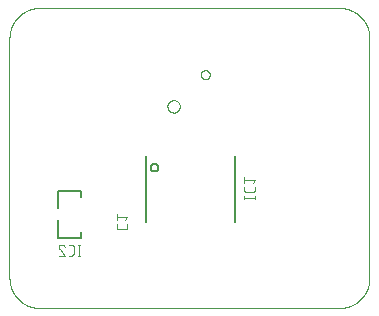
<source format=gbo>
G04 EAGLE Gerber X2 export*
G75*
%MOMM*%
%FSLAX35Y35*%
%LPD*%
%AMOC8*
5,1,8,0,0,1.08239X$1,22.5*%
G01*
%ADD10C,0.076200*%
%ADD11C,0.000000*%
%ADD12C,0.127000*%


D10*
X254000Y2540000D02*
X2794000Y2540000D01*
X3048000Y2286000D02*
X3048000Y254000D01*
X2794000Y0D02*
X254000Y0D01*
X0Y254000D02*
X0Y2286000D01*
X0Y254000D02*
X74Y247862D01*
X297Y241728D01*
X667Y235602D01*
X1186Y229485D01*
X1852Y223384D01*
X2665Y217300D01*
X3626Y211237D01*
X4732Y205200D01*
X5984Y199191D01*
X7381Y193214D01*
X8922Y187272D01*
X10606Y181370D01*
X12432Y175510D01*
X14399Y169695D01*
X16506Y163930D01*
X18752Y158218D01*
X21135Y152561D01*
X23654Y146964D01*
X26308Y141429D01*
X29094Y135960D01*
X32012Y130560D01*
X35060Y125232D01*
X38235Y119979D01*
X41537Y114805D01*
X44962Y109712D01*
X48510Y104703D01*
X52177Y99781D01*
X55963Y94949D01*
X59864Y90210D01*
X63878Y85567D01*
X68004Y81022D01*
X72238Y76578D01*
X76578Y72238D01*
X81022Y68004D01*
X85567Y63878D01*
X90210Y59864D01*
X94949Y55963D01*
X99781Y52177D01*
X104703Y48510D01*
X109712Y44962D01*
X114805Y41537D01*
X119979Y38235D01*
X125232Y35060D01*
X130560Y32012D01*
X135960Y29094D01*
X141429Y26308D01*
X146964Y23654D01*
X152561Y21135D01*
X158218Y18752D01*
X163930Y16506D01*
X169695Y14399D01*
X175510Y12432D01*
X181370Y10606D01*
X187272Y8922D01*
X193214Y7381D01*
X199191Y5984D01*
X205200Y4732D01*
X211237Y3626D01*
X217300Y2665D01*
X223384Y1852D01*
X229485Y1186D01*
X235602Y667D01*
X241728Y297D01*
X247862Y74D01*
X254000Y0D01*
X2794000Y0D02*
X2800138Y74D01*
X2806272Y297D01*
X2812398Y667D01*
X2818515Y1186D01*
X2824616Y1852D01*
X2830700Y2665D01*
X2836763Y3626D01*
X2842800Y4732D01*
X2848809Y5984D01*
X2854786Y7381D01*
X2860728Y8922D01*
X2866630Y10606D01*
X2872490Y12432D01*
X2878305Y14399D01*
X2884070Y16506D01*
X2889782Y18752D01*
X2895439Y21135D01*
X2901036Y23654D01*
X2906571Y26308D01*
X2912040Y29094D01*
X2917440Y32012D01*
X2922768Y35060D01*
X2928021Y38235D01*
X2933195Y41537D01*
X2938288Y44962D01*
X2943297Y48510D01*
X2948219Y52177D01*
X2953051Y55963D01*
X2957790Y59864D01*
X2962433Y63878D01*
X2966978Y68004D01*
X2971422Y72238D01*
X2975762Y76578D01*
X2979996Y81022D01*
X2984122Y85567D01*
X2988136Y90210D01*
X2992037Y94949D01*
X2995823Y99781D01*
X2999490Y104703D01*
X3003038Y109712D01*
X3006463Y114805D01*
X3009765Y119979D01*
X3012940Y125232D01*
X3015988Y130560D01*
X3018906Y135960D01*
X3021692Y141429D01*
X3024346Y146964D01*
X3026865Y152561D01*
X3029248Y158218D01*
X3031494Y163930D01*
X3033601Y169695D01*
X3035568Y175510D01*
X3037394Y181370D01*
X3039078Y187272D01*
X3040619Y193214D01*
X3042016Y199191D01*
X3043268Y205200D01*
X3044374Y211237D01*
X3045335Y217300D01*
X3046148Y223384D01*
X3046814Y229485D01*
X3047333Y235602D01*
X3047703Y241728D01*
X3047926Y247862D01*
X3048000Y254000D01*
X3048000Y2286000D02*
X3047926Y2292138D01*
X3047703Y2298272D01*
X3047333Y2304398D01*
X3046814Y2310515D01*
X3046148Y2316616D01*
X3045335Y2322700D01*
X3044374Y2328763D01*
X3043268Y2334800D01*
X3042016Y2340809D01*
X3040619Y2346786D01*
X3039078Y2352728D01*
X3037394Y2358630D01*
X3035568Y2364490D01*
X3033601Y2370305D01*
X3031494Y2376070D01*
X3029248Y2381782D01*
X3026865Y2387439D01*
X3024346Y2393036D01*
X3021692Y2398571D01*
X3018906Y2404040D01*
X3015988Y2409440D01*
X3012940Y2414768D01*
X3009765Y2420021D01*
X3006463Y2425195D01*
X3003038Y2430288D01*
X2999490Y2435297D01*
X2995823Y2440219D01*
X2992037Y2445051D01*
X2988136Y2449790D01*
X2984122Y2454433D01*
X2979996Y2458978D01*
X2975762Y2463422D01*
X2971422Y2467762D01*
X2966978Y2471996D01*
X2962433Y2476122D01*
X2957790Y2480136D01*
X2953051Y2484037D01*
X2948219Y2487823D01*
X2943297Y2491490D01*
X2938288Y2495038D01*
X2933195Y2498463D01*
X2928021Y2501765D01*
X2922768Y2504940D01*
X2917440Y2507988D01*
X2912040Y2510906D01*
X2906571Y2513692D01*
X2901036Y2516346D01*
X2895439Y2518865D01*
X2889782Y2521248D01*
X2884070Y2523494D01*
X2878305Y2525601D01*
X2872490Y2527568D01*
X2866630Y2529394D01*
X2860728Y2531078D01*
X2854786Y2532619D01*
X2848809Y2534016D01*
X2842800Y2535268D01*
X2836763Y2536374D01*
X2830700Y2537335D01*
X2824616Y2538148D01*
X2818515Y2538814D01*
X2812398Y2539333D01*
X2806272Y2539703D01*
X2800138Y2539926D01*
X2794000Y2540000D01*
X254000Y2540000D02*
X247862Y2539926D01*
X241728Y2539703D01*
X235602Y2539333D01*
X229485Y2538814D01*
X223384Y2538148D01*
X217300Y2537335D01*
X211237Y2536374D01*
X205200Y2535268D01*
X199191Y2534016D01*
X193214Y2532619D01*
X187272Y2531078D01*
X181370Y2529394D01*
X175510Y2527568D01*
X169695Y2525601D01*
X163930Y2523494D01*
X158218Y2521248D01*
X152561Y2518865D01*
X146964Y2516346D01*
X141429Y2513692D01*
X135960Y2510906D01*
X130560Y2507988D01*
X125232Y2504940D01*
X119979Y2501765D01*
X114805Y2498463D01*
X109712Y2495038D01*
X104703Y2491490D01*
X99781Y2487823D01*
X94949Y2484037D01*
X90210Y2480136D01*
X85567Y2476122D01*
X81022Y2471996D01*
X76578Y2467762D01*
X72238Y2463422D01*
X68004Y2458978D01*
X63878Y2454433D01*
X59864Y2449790D01*
X55963Y2445051D01*
X52177Y2440219D01*
X48510Y2435297D01*
X44962Y2430288D01*
X41537Y2425195D01*
X38235Y2420021D01*
X35060Y2414768D01*
X32012Y2409440D01*
X29094Y2404040D01*
X26308Y2398571D01*
X23654Y2393036D01*
X21135Y2387439D01*
X18752Y2381782D01*
X16506Y2376070D01*
X14399Y2370305D01*
X12432Y2364490D01*
X10606Y2358630D01*
X8922Y2352728D01*
X7381Y2346786D01*
X5984Y2340809D01*
X4732Y2334800D01*
X3626Y2328763D01*
X2665Y2322700D01*
X1852Y2316616D01*
X1186Y2310515D01*
X667Y2304398D01*
X297Y2298272D01*
X74Y2292138D01*
X0Y2286000D01*
D11*
X1620850Y1975850D02*
X1620861Y1976770D01*
X1620895Y1977690D01*
X1620952Y1978609D01*
X1621031Y1979526D01*
X1621132Y1980440D01*
X1621256Y1981352D01*
X1621402Y1982261D01*
X1621571Y1983166D01*
X1621761Y1984066D01*
X1621974Y1984962D01*
X1622208Y1985852D01*
X1622465Y1986736D01*
X1622743Y1987613D01*
X1623042Y1988483D01*
X1623363Y1989346D01*
X1623705Y1990201D01*
X1624067Y1991047D01*
X1624450Y1991883D01*
X1624854Y1992710D01*
X1625278Y1993527D01*
X1625722Y1994334D01*
X1626185Y1995129D01*
X1626668Y1995912D01*
X1627170Y1996684D01*
X1627691Y1997443D01*
X1628230Y1998189D01*
X1628787Y1998921D01*
X1629362Y1999640D01*
X1629955Y2000344D01*
X1630564Y2001033D01*
X1631191Y2001708D01*
X1631833Y2002367D01*
X1632492Y2003009D01*
X1633167Y2003636D01*
X1633856Y2004245D01*
X1634560Y2004838D01*
X1635279Y2005413D01*
X1636011Y2005970D01*
X1636757Y2006509D01*
X1637516Y2007030D01*
X1638288Y2007532D01*
X1639071Y2008015D01*
X1639866Y2008478D01*
X1640673Y2008922D01*
X1641490Y2009346D01*
X1642317Y2009750D01*
X1643153Y2010133D01*
X1643999Y2010495D01*
X1644854Y2010837D01*
X1645717Y2011158D01*
X1646587Y2011457D01*
X1647464Y2011735D01*
X1648348Y2011992D01*
X1649238Y2012226D01*
X1650134Y2012439D01*
X1651034Y2012629D01*
X1651939Y2012798D01*
X1652848Y2012944D01*
X1653760Y2013068D01*
X1654674Y2013169D01*
X1655591Y2013248D01*
X1656510Y2013305D01*
X1657430Y2013339D01*
X1658350Y2013350D01*
X1659270Y2013339D01*
X1660190Y2013305D01*
X1661109Y2013248D01*
X1662026Y2013169D01*
X1662940Y2013068D01*
X1663852Y2012944D01*
X1664761Y2012798D01*
X1665666Y2012629D01*
X1666566Y2012439D01*
X1667462Y2012226D01*
X1668352Y2011992D01*
X1669236Y2011735D01*
X1670113Y2011457D01*
X1670983Y2011158D01*
X1671846Y2010837D01*
X1672701Y2010495D01*
X1673547Y2010133D01*
X1674383Y2009750D01*
X1675210Y2009346D01*
X1676027Y2008922D01*
X1676834Y2008478D01*
X1677629Y2008015D01*
X1678412Y2007532D01*
X1679184Y2007030D01*
X1679943Y2006509D01*
X1680689Y2005970D01*
X1681421Y2005413D01*
X1682140Y2004838D01*
X1682844Y2004245D01*
X1683533Y2003636D01*
X1684208Y2003009D01*
X1684867Y2002367D01*
X1685509Y2001708D01*
X1686136Y2001033D01*
X1686745Y2000344D01*
X1687338Y1999640D01*
X1687913Y1998921D01*
X1688470Y1998189D01*
X1689009Y1997443D01*
X1689530Y1996684D01*
X1690032Y1995912D01*
X1690515Y1995129D01*
X1690978Y1994334D01*
X1691422Y1993527D01*
X1691846Y1992710D01*
X1692250Y1991883D01*
X1692633Y1991047D01*
X1692995Y1990201D01*
X1693337Y1989346D01*
X1693658Y1988483D01*
X1693957Y1987613D01*
X1694235Y1986736D01*
X1694492Y1985852D01*
X1694726Y1984962D01*
X1694939Y1984066D01*
X1695129Y1983166D01*
X1695298Y1982261D01*
X1695444Y1981352D01*
X1695568Y1980440D01*
X1695669Y1979526D01*
X1695748Y1978609D01*
X1695805Y1977690D01*
X1695839Y1976770D01*
X1695850Y1975850D01*
X1695839Y1974930D01*
X1695805Y1974010D01*
X1695748Y1973091D01*
X1695669Y1972174D01*
X1695568Y1971260D01*
X1695444Y1970348D01*
X1695298Y1969439D01*
X1695129Y1968534D01*
X1694939Y1967634D01*
X1694726Y1966738D01*
X1694492Y1965848D01*
X1694235Y1964964D01*
X1693957Y1964087D01*
X1693658Y1963217D01*
X1693337Y1962354D01*
X1692995Y1961499D01*
X1692633Y1960653D01*
X1692250Y1959817D01*
X1691846Y1958990D01*
X1691422Y1958173D01*
X1690978Y1957366D01*
X1690515Y1956571D01*
X1690032Y1955788D01*
X1689530Y1955016D01*
X1689009Y1954257D01*
X1688470Y1953511D01*
X1687913Y1952779D01*
X1687338Y1952060D01*
X1686745Y1951356D01*
X1686136Y1950667D01*
X1685509Y1949992D01*
X1684867Y1949333D01*
X1684208Y1948691D01*
X1683533Y1948064D01*
X1682844Y1947455D01*
X1682140Y1946862D01*
X1681421Y1946287D01*
X1680689Y1945730D01*
X1679943Y1945191D01*
X1679184Y1944670D01*
X1678412Y1944168D01*
X1677629Y1943685D01*
X1676834Y1943222D01*
X1676027Y1942778D01*
X1675210Y1942354D01*
X1674383Y1941950D01*
X1673547Y1941567D01*
X1672701Y1941205D01*
X1671846Y1940863D01*
X1670983Y1940542D01*
X1670113Y1940243D01*
X1669236Y1939965D01*
X1668352Y1939708D01*
X1667462Y1939474D01*
X1666566Y1939261D01*
X1665666Y1939071D01*
X1664761Y1938902D01*
X1663852Y1938756D01*
X1662940Y1938632D01*
X1662026Y1938531D01*
X1661109Y1938452D01*
X1660190Y1938395D01*
X1659270Y1938361D01*
X1658350Y1938350D01*
X1657430Y1938361D01*
X1656510Y1938395D01*
X1655591Y1938452D01*
X1654674Y1938531D01*
X1653760Y1938632D01*
X1652848Y1938756D01*
X1651939Y1938902D01*
X1651034Y1939071D01*
X1650134Y1939261D01*
X1649238Y1939474D01*
X1648348Y1939708D01*
X1647464Y1939965D01*
X1646587Y1940243D01*
X1645717Y1940542D01*
X1644854Y1940863D01*
X1643999Y1941205D01*
X1643153Y1941567D01*
X1642317Y1941950D01*
X1641490Y1942354D01*
X1640673Y1942778D01*
X1639866Y1943222D01*
X1639071Y1943685D01*
X1638288Y1944168D01*
X1637516Y1944670D01*
X1636757Y1945191D01*
X1636011Y1945730D01*
X1635279Y1946287D01*
X1634560Y1946862D01*
X1633856Y1947455D01*
X1633167Y1948064D01*
X1632492Y1948691D01*
X1631833Y1949333D01*
X1631191Y1949992D01*
X1630564Y1950667D01*
X1629955Y1951356D01*
X1629362Y1952060D01*
X1628787Y1952779D01*
X1628230Y1953511D01*
X1627691Y1954257D01*
X1627170Y1955016D01*
X1626668Y1955788D01*
X1626185Y1956571D01*
X1625722Y1957366D01*
X1625278Y1958173D01*
X1624854Y1958990D01*
X1624450Y1959817D01*
X1624067Y1960653D01*
X1623705Y1961499D01*
X1623363Y1962354D01*
X1623042Y1963217D01*
X1622743Y1964087D01*
X1622465Y1964964D01*
X1622208Y1965848D01*
X1621974Y1966738D01*
X1621761Y1967634D01*
X1621571Y1968534D01*
X1621402Y1969439D01*
X1621256Y1970348D01*
X1621132Y1971260D01*
X1621031Y1972174D01*
X1620952Y1973091D01*
X1620895Y1974010D01*
X1620861Y1974930D01*
X1620850Y1975850D01*
X1337150Y1707150D02*
X1337166Y1708438D01*
X1337213Y1709726D01*
X1337292Y1711012D01*
X1337403Y1712296D01*
X1337545Y1713577D01*
X1337718Y1714853D01*
X1337923Y1716125D01*
X1338159Y1717392D01*
X1338426Y1718653D01*
X1338723Y1719906D01*
X1339052Y1721152D01*
X1339411Y1722390D01*
X1339800Y1723618D01*
X1340219Y1724837D01*
X1340668Y1726044D01*
X1341146Y1727241D01*
X1341654Y1728425D01*
X1342191Y1729597D01*
X1342756Y1730755D01*
X1343349Y1731898D01*
X1343970Y1733027D01*
X1344619Y1734140D01*
X1345295Y1735237D01*
X1345998Y1736317D01*
X1346727Y1737380D01*
X1347482Y1738424D01*
X1348262Y1739450D01*
X1349067Y1740456D01*
X1349897Y1741442D01*
X1350750Y1742407D01*
X1351627Y1743351D01*
X1352527Y1744273D01*
X1353449Y1745173D01*
X1354393Y1746050D01*
X1355358Y1746903D01*
X1356344Y1747733D01*
X1357350Y1748538D01*
X1358376Y1749318D01*
X1359420Y1750073D01*
X1360483Y1750802D01*
X1361563Y1751505D01*
X1362660Y1752181D01*
X1363773Y1752830D01*
X1364902Y1753451D01*
X1366045Y1754044D01*
X1367203Y1754609D01*
X1368375Y1755146D01*
X1369559Y1755654D01*
X1370756Y1756132D01*
X1371963Y1756581D01*
X1373182Y1757000D01*
X1374410Y1757389D01*
X1375648Y1757748D01*
X1376894Y1758077D01*
X1378147Y1758374D01*
X1379408Y1758641D01*
X1380675Y1758877D01*
X1381947Y1759082D01*
X1383223Y1759255D01*
X1384504Y1759397D01*
X1385788Y1759508D01*
X1387074Y1759587D01*
X1388362Y1759634D01*
X1389650Y1759650D01*
X1390938Y1759634D01*
X1392226Y1759587D01*
X1393512Y1759508D01*
X1394796Y1759397D01*
X1396077Y1759255D01*
X1397353Y1759082D01*
X1398625Y1758877D01*
X1399892Y1758641D01*
X1401153Y1758374D01*
X1402406Y1758077D01*
X1403652Y1757748D01*
X1404890Y1757389D01*
X1406118Y1757000D01*
X1407337Y1756581D01*
X1408544Y1756132D01*
X1409741Y1755654D01*
X1410925Y1755146D01*
X1412097Y1754609D01*
X1413255Y1754044D01*
X1414398Y1753451D01*
X1415527Y1752830D01*
X1416640Y1752181D01*
X1417737Y1751505D01*
X1418817Y1750802D01*
X1419880Y1750073D01*
X1420924Y1749318D01*
X1421950Y1748538D01*
X1422956Y1747733D01*
X1423942Y1746903D01*
X1424907Y1746050D01*
X1425851Y1745173D01*
X1426773Y1744273D01*
X1427673Y1743351D01*
X1428550Y1742407D01*
X1429403Y1741442D01*
X1430233Y1740456D01*
X1431038Y1739450D01*
X1431818Y1738424D01*
X1432573Y1737380D01*
X1433302Y1736317D01*
X1434005Y1735237D01*
X1434681Y1734140D01*
X1435330Y1733027D01*
X1435951Y1731898D01*
X1436544Y1730755D01*
X1437109Y1729597D01*
X1437646Y1728425D01*
X1438154Y1727241D01*
X1438632Y1726044D01*
X1439081Y1724837D01*
X1439500Y1723618D01*
X1439889Y1722390D01*
X1440248Y1721152D01*
X1440577Y1719906D01*
X1440874Y1718653D01*
X1441141Y1717392D01*
X1441377Y1716125D01*
X1441582Y1714853D01*
X1441755Y1713577D01*
X1441897Y1712296D01*
X1442008Y1711012D01*
X1442087Y1709726D01*
X1442134Y1708438D01*
X1442150Y1707150D01*
X1442134Y1705862D01*
X1442087Y1704574D01*
X1442008Y1703288D01*
X1441897Y1702004D01*
X1441755Y1700723D01*
X1441582Y1699447D01*
X1441377Y1698175D01*
X1441141Y1696908D01*
X1440874Y1695647D01*
X1440577Y1694394D01*
X1440248Y1693148D01*
X1439889Y1691910D01*
X1439500Y1690682D01*
X1439081Y1689463D01*
X1438632Y1688256D01*
X1438154Y1687059D01*
X1437646Y1685875D01*
X1437109Y1684703D01*
X1436544Y1683545D01*
X1435951Y1682402D01*
X1435330Y1681273D01*
X1434681Y1680160D01*
X1434005Y1679063D01*
X1433302Y1677983D01*
X1432573Y1676920D01*
X1431818Y1675876D01*
X1431038Y1674850D01*
X1430233Y1673844D01*
X1429403Y1672858D01*
X1428550Y1671893D01*
X1427673Y1670949D01*
X1426773Y1670027D01*
X1425851Y1669127D01*
X1424907Y1668250D01*
X1423942Y1667397D01*
X1422956Y1666567D01*
X1421950Y1665762D01*
X1420924Y1664982D01*
X1419880Y1664227D01*
X1418817Y1663498D01*
X1417737Y1662795D01*
X1416640Y1662119D01*
X1415527Y1661470D01*
X1414398Y1660849D01*
X1413255Y1660256D01*
X1412097Y1659691D01*
X1410925Y1659154D01*
X1409741Y1658646D01*
X1408544Y1658168D01*
X1407337Y1657719D01*
X1406118Y1657300D01*
X1404890Y1656911D01*
X1403652Y1656552D01*
X1402406Y1656223D01*
X1401153Y1655926D01*
X1399892Y1655659D01*
X1398625Y1655423D01*
X1397353Y1655218D01*
X1396077Y1655045D01*
X1394796Y1654903D01*
X1393512Y1654792D01*
X1392226Y1654713D01*
X1390938Y1654666D01*
X1389650Y1654650D01*
X1388362Y1654666D01*
X1387074Y1654713D01*
X1385788Y1654792D01*
X1384504Y1654903D01*
X1383223Y1655045D01*
X1381947Y1655218D01*
X1380675Y1655423D01*
X1379408Y1655659D01*
X1378147Y1655926D01*
X1376894Y1656223D01*
X1375648Y1656552D01*
X1374410Y1656911D01*
X1373182Y1657300D01*
X1371963Y1657719D01*
X1370756Y1658168D01*
X1369559Y1658646D01*
X1368375Y1659154D01*
X1367203Y1659691D01*
X1366045Y1660256D01*
X1364902Y1660849D01*
X1363773Y1661470D01*
X1362660Y1662119D01*
X1361563Y1662795D01*
X1360483Y1663498D01*
X1359420Y1664227D01*
X1358376Y1664982D01*
X1357350Y1665762D01*
X1356344Y1666567D01*
X1355358Y1667397D01*
X1354393Y1668250D01*
X1353449Y1669127D01*
X1352527Y1670027D01*
X1351627Y1670949D01*
X1350750Y1671893D01*
X1349897Y1672858D01*
X1349067Y1673844D01*
X1348262Y1674850D01*
X1347482Y1675876D01*
X1346727Y1676920D01*
X1345998Y1677983D01*
X1345295Y1679063D01*
X1344619Y1680160D01*
X1343970Y1681273D01*
X1343349Y1682402D01*
X1342756Y1683545D01*
X1342191Y1684703D01*
X1341654Y1685875D01*
X1341146Y1687059D01*
X1340668Y1688256D01*
X1340219Y1689463D01*
X1339800Y1690682D01*
X1339411Y1691910D01*
X1339052Y1693148D01*
X1338723Y1694394D01*
X1338426Y1695647D01*
X1338159Y1696908D01*
X1337923Y1698175D01*
X1337718Y1699447D01*
X1337545Y1700723D01*
X1337403Y1702004D01*
X1337292Y1703288D01*
X1337213Y1704574D01*
X1337166Y1705862D01*
X1337150Y1707150D01*
D12*
X1151800Y1285000D02*
X1151800Y725000D01*
X1907100Y725000D02*
X1907100Y1285000D01*
X1196250Y1189750D02*
X1196260Y1190529D01*
X1196288Y1191308D01*
X1196336Y1192086D01*
X1196403Y1192862D01*
X1196489Y1193637D01*
X1196594Y1194409D01*
X1196717Y1195178D01*
X1196860Y1195944D01*
X1197021Y1196706D01*
X1197202Y1197465D01*
X1197400Y1198218D01*
X1197617Y1198967D01*
X1197852Y1199709D01*
X1198106Y1200446D01*
X1198377Y1201177D01*
X1198667Y1201900D01*
X1198974Y1202616D01*
X1199298Y1203325D01*
X1199640Y1204025D01*
X1199999Y1204717D01*
X1200375Y1205400D01*
X1200767Y1206073D01*
X1201176Y1206736D01*
X1201601Y1207389D01*
X1202042Y1208032D01*
X1202498Y1208663D01*
X1202970Y1209284D01*
X1203457Y1209892D01*
X1203959Y1210488D01*
X1204475Y1211072D01*
X1205005Y1211643D01*
X1205549Y1212201D01*
X1206107Y1212745D01*
X1206678Y1213275D01*
X1207262Y1213791D01*
X1207858Y1214293D01*
X1208466Y1214780D01*
X1209087Y1215252D01*
X1209718Y1215708D01*
X1210361Y1216149D01*
X1211014Y1216574D01*
X1211677Y1216983D01*
X1212350Y1217375D01*
X1213033Y1217751D01*
X1213725Y1218110D01*
X1214425Y1218452D01*
X1215134Y1218776D01*
X1215850Y1219083D01*
X1216573Y1219373D01*
X1217304Y1219644D01*
X1218041Y1219898D01*
X1218783Y1220133D01*
X1219532Y1220350D01*
X1220285Y1220548D01*
X1221044Y1220729D01*
X1221806Y1220890D01*
X1222572Y1221033D01*
X1223341Y1221156D01*
X1224113Y1221261D01*
X1224888Y1221347D01*
X1225664Y1221414D01*
X1226442Y1221462D01*
X1227221Y1221490D01*
X1228000Y1221500D01*
X1228779Y1221490D01*
X1229558Y1221462D01*
X1230336Y1221414D01*
X1231112Y1221347D01*
X1231887Y1221261D01*
X1232659Y1221156D01*
X1233428Y1221033D01*
X1234194Y1220890D01*
X1234956Y1220729D01*
X1235715Y1220548D01*
X1236468Y1220350D01*
X1237217Y1220133D01*
X1237959Y1219898D01*
X1238696Y1219644D01*
X1239427Y1219373D01*
X1240150Y1219083D01*
X1240866Y1218776D01*
X1241575Y1218452D01*
X1242275Y1218110D01*
X1242967Y1217751D01*
X1243650Y1217375D01*
X1244323Y1216983D01*
X1244986Y1216574D01*
X1245639Y1216149D01*
X1246282Y1215708D01*
X1246913Y1215252D01*
X1247534Y1214780D01*
X1248142Y1214293D01*
X1248738Y1213791D01*
X1249322Y1213275D01*
X1249893Y1212745D01*
X1250451Y1212201D01*
X1250995Y1211643D01*
X1251525Y1211072D01*
X1252041Y1210488D01*
X1252543Y1209892D01*
X1253030Y1209284D01*
X1253502Y1208663D01*
X1253958Y1208032D01*
X1254399Y1207389D01*
X1254824Y1206736D01*
X1255233Y1206073D01*
X1255625Y1205400D01*
X1256001Y1204717D01*
X1256360Y1204025D01*
X1256702Y1203325D01*
X1257026Y1202616D01*
X1257333Y1201900D01*
X1257623Y1201177D01*
X1257894Y1200446D01*
X1258148Y1199709D01*
X1258383Y1198967D01*
X1258600Y1198218D01*
X1258798Y1197465D01*
X1258979Y1196706D01*
X1259140Y1195944D01*
X1259283Y1195178D01*
X1259406Y1194409D01*
X1259511Y1193637D01*
X1259597Y1192862D01*
X1259664Y1192086D01*
X1259712Y1191308D01*
X1259740Y1190529D01*
X1259750Y1189750D01*
X1259740Y1188971D01*
X1259712Y1188192D01*
X1259664Y1187414D01*
X1259597Y1186638D01*
X1259511Y1185863D01*
X1259406Y1185091D01*
X1259283Y1184322D01*
X1259140Y1183556D01*
X1258979Y1182794D01*
X1258798Y1182035D01*
X1258600Y1181282D01*
X1258383Y1180533D01*
X1258148Y1179791D01*
X1257894Y1179054D01*
X1257623Y1178323D01*
X1257333Y1177600D01*
X1257026Y1176884D01*
X1256702Y1176175D01*
X1256360Y1175475D01*
X1256001Y1174783D01*
X1255625Y1174100D01*
X1255233Y1173427D01*
X1254824Y1172764D01*
X1254399Y1172111D01*
X1253958Y1171468D01*
X1253502Y1170837D01*
X1253030Y1170216D01*
X1252543Y1169608D01*
X1252041Y1169012D01*
X1251525Y1168428D01*
X1250995Y1167857D01*
X1250451Y1167299D01*
X1249893Y1166755D01*
X1249322Y1166225D01*
X1248738Y1165709D01*
X1248142Y1165207D01*
X1247534Y1164720D01*
X1246913Y1164248D01*
X1246282Y1163792D01*
X1245639Y1163351D01*
X1244986Y1162926D01*
X1244323Y1162517D01*
X1243650Y1162125D01*
X1242967Y1161749D01*
X1242275Y1161390D01*
X1241575Y1161048D01*
X1240866Y1160724D01*
X1240150Y1160417D01*
X1239427Y1160127D01*
X1238696Y1159856D01*
X1237959Y1159602D01*
X1237217Y1159367D01*
X1236468Y1159150D01*
X1235715Y1158952D01*
X1234956Y1158771D01*
X1234194Y1158610D01*
X1233428Y1158467D01*
X1232659Y1158344D01*
X1231887Y1158239D01*
X1231112Y1158153D01*
X1230336Y1158086D01*
X1229558Y1158038D01*
X1228779Y1158010D01*
X1228000Y1158000D01*
X1227221Y1158010D01*
X1226442Y1158038D01*
X1225664Y1158086D01*
X1224888Y1158153D01*
X1224113Y1158239D01*
X1223341Y1158344D01*
X1222572Y1158467D01*
X1221806Y1158610D01*
X1221044Y1158771D01*
X1220285Y1158952D01*
X1219532Y1159150D01*
X1218783Y1159367D01*
X1218041Y1159602D01*
X1217304Y1159856D01*
X1216573Y1160127D01*
X1215850Y1160417D01*
X1215134Y1160724D01*
X1214425Y1161048D01*
X1213725Y1161390D01*
X1213033Y1161749D01*
X1212350Y1162125D01*
X1211677Y1162517D01*
X1211014Y1162926D01*
X1210361Y1163351D01*
X1209718Y1163792D01*
X1209087Y1164248D01*
X1208466Y1164720D01*
X1207858Y1165207D01*
X1207262Y1165709D01*
X1206678Y1166225D01*
X1206107Y1166755D01*
X1205549Y1167299D01*
X1205005Y1167857D01*
X1204475Y1168428D01*
X1203959Y1169012D01*
X1203457Y1169608D01*
X1202970Y1170216D01*
X1202498Y1170837D01*
X1202042Y1171468D01*
X1201601Y1172111D01*
X1201176Y1172764D01*
X1200767Y1173427D01*
X1200375Y1174100D01*
X1199999Y1174783D01*
X1199640Y1175475D01*
X1199298Y1176175D01*
X1198974Y1176884D01*
X1198667Y1177600D01*
X1198377Y1178323D01*
X1198106Y1179054D01*
X1197852Y1179791D01*
X1197617Y1180533D01*
X1197400Y1181282D01*
X1197202Y1182035D01*
X1197021Y1182794D01*
X1196860Y1183556D01*
X1196717Y1184322D01*
X1196594Y1185091D01*
X1196489Y1185863D01*
X1196403Y1186638D01*
X1196336Y1187414D01*
X1196288Y1188192D01*
X1196260Y1188971D01*
X1196250Y1189750D01*
D10*
X1985810Y934802D02*
X2078190Y934802D01*
X1985810Y924538D02*
X1985810Y945066D01*
X2078190Y945066D02*
X2078190Y924538D01*
X1985810Y1001414D02*
X1985810Y1021943D01*
X1985810Y1001414D02*
X1985816Y1000918D01*
X1985834Y1000422D01*
X1985864Y999927D01*
X1985906Y999433D01*
X1985960Y998940D01*
X1986025Y998448D01*
X1986103Y997958D01*
X1986192Y997470D01*
X1986294Y996984D01*
X1986407Y996501D01*
X1986531Y996021D01*
X1986667Y995544D01*
X1986815Y995070D01*
X1986974Y994600D01*
X1987144Y994134D01*
X1987326Y993673D01*
X1987518Y993215D01*
X1987722Y992763D01*
X1987936Y992316D01*
X1988161Y991874D01*
X1988397Y991437D01*
X1988644Y991007D01*
X1988900Y990582D01*
X1989167Y990164D01*
X1989444Y989752D01*
X1989731Y989347D01*
X1990027Y988950D01*
X1990333Y988559D01*
X1990648Y988176D01*
X1990973Y987801D01*
X1991306Y987433D01*
X1991648Y987074D01*
X1991999Y986723D01*
X1992358Y986381D01*
X1992726Y986048D01*
X1993101Y985723D01*
X1993484Y985408D01*
X1993875Y985102D01*
X1994272Y984806D01*
X1994677Y984519D01*
X1995089Y984242D01*
X1995507Y983975D01*
X1995932Y983719D01*
X1996362Y983472D01*
X1996799Y983236D01*
X1997241Y983011D01*
X1997688Y982797D01*
X1998140Y982593D01*
X1998598Y982401D01*
X1999059Y982219D01*
X1999525Y982049D01*
X1999995Y981890D01*
X2000469Y981742D01*
X2000946Y981606D01*
X2001426Y981482D01*
X2001909Y981369D01*
X2002395Y981267D01*
X2002883Y981178D01*
X2003373Y981100D01*
X2003865Y981035D01*
X2004358Y980981D01*
X2004852Y980939D01*
X2005347Y980909D01*
X2005843Y980891D01*
X2006339Y980885D01*
X2006339Y980886D02*
X2057661Y980886D01*
X2058165Y980892D01*
X2058668Y980911D01*
X2059171Y980942D01*
X2059673Y980985D01*
X2060174Y981040D01*
X2060673Y981108D01*
X2061171Y981188D01*
X2061666Y981280D01*
X2062159Y981385D01*
X2062649Y981501D01*
X2063136Y981630D01*
X2063620Y981770D01*
X2064101Y981922D01*
X2064577Y982086D01*
X2065049Y982262D01*
X2065517Y982449D01*
X2065980Y982647D01*
X2066438Y982857D01*
X2066891Y983078D01*
X2067338Y983310D01*
X2067780Y983553D01*
X2068215Y983807D01*
X2068644Y984071D01*
X2069066Y984346D01*
X2069482Y984631D01*
X2069890Y984926D01*
X2070291Y985231D01*
X2070684Y985546D01*
X2071070Y985870D01*
X2071447Y986204D01*
X2071816Y986547D01*
X2072177Y986899D01*
X2072529Y987259D01*
X2072872Y987628D01*
X2073206Y988006D01*
X2073530Y988391D01*
X2073845Y988785D01*
X2074150Y989186D01*
X2074445Y989594D01*
X2074730Y990010D01*
X2075005Y990432D01*
X2075269Y990861D01*
X2075523Y991296D01*
X2075766Y991738D01*
X2075998Y992185D01*
X2076219Y992638D01*
X2076429Y993096D01*
X2076627Y993559D01*
X2076814Y994026D01*
X2076990Y994499D01*
X2077154Y994975D01*
X2077306Y995456D01*
X2077446Y995939D01*
X2077575Y996427D01*
X2077691Y996917D01*
X2077795Y997410D01*
X2077888Y997905D01*
X2077968Y998402D01*
X2078036Y998902D01*
X2078091Y999403D01*
X2078134Y999904D01*
X2078165Y1000407D01*
X2078184Y1000911D01*
X2078190Y1001415D01*
X2078190Y1001414D02*
X2078190Y1021943D01*
X2057661Y1056140D02*
X2078190Y1081801D01*
X1985810Y1081801D01*
X1985810Y1056140D02*
X1985810Y1107463D01*
X906310Y708019D02*
X906310Y687490D01*
X906316Y686994D01*
X906334Y686498D01*
X906364Y686003D01*
X906406Y685509D01*
X906460Y685016D01*
X906525Y684524D01*
X906603Y684034D01*
X906692Y683546D01*
X906794Y683060D01*
X906907Y682577D01*
X907031Y682097D01*
X907167Y681620D01*
X907315Y681146D01*
X907474Y680676D01*
X907644Y680210D01*
X907826Y679749D01*
X908018Y679291D01*
X908222Y678839D01*
X908436Y678392D01*
X908661Y677950D01*
X908897Y677513D01*
X909144Y677083D01*
X909400Y676658D01*
X909667Y676240D01*
X909944Y675828D01*
X910231Y675423D01*
X910527Y675026D01*
X910833Y674635D01*
X911148Y674252D01*
X911473Y673877D01*
X911806Y673509D01*
X912148Y673150D01*
X912499Y672799D01*
X912858Y672457D01*
X913226Y672124D01*
X913601Y671799D01*
X913984Y671484D01*
X914375Y671178D01*
X914772Y670882D01*
X915177Y670595D01*
X915589Y670318D01*
X916007Y670051D01*
X916432Y669795D01*
X916862Y669548D01*
X917299Y669312D01*
X917741Y669087D01*
X918188Y668873D01*
X918640Y668669D01*
X919098Y668477D01*
X919559Y668295D01*
X920025Y668125D01*
X920495Y667966D01*
X920969Y667818D01*
X921446Y667682D01*
X921926Y667558D01*
X922409Y667445D01*
X922895Y667343D01*
X923383Y667254D01*
X923873Y667176D01*
X924365Y667111D01*
X924858Y667057D01*
X925352Y667015D01*
X925847Y666985D01*
X926343Y666967D01*
X926839Y666961D01*
X926839Y666962D02*
X978161Y666962D01*
X978665Y666968D01*
X979168Y666987D01*
X979671Y667018D01*
X980173Y667061D01*
X980674Y667116D01*
X981173Y667184D01*
X981671Y667264D01*
X982166Y667356D01*
X982659Y667461D01*
X983149Y667577D01*
X983636Y667706D01*
X984120Y667846D01*
X984601Y667998D01*
X985077Y668162D01*
X985549Y668338D01*
X986017Y668525D01*
X986480Y668723D01*
X986938Y668933D01*
X987391Y669154D01*
X987838Y669386D01*
X988280Y669629D01*
X988715Y669883D01*
X989144Y670147D01*
X989566Y670422D01*
X989982Y670707D01*
X990390Y671002D01*
X990791Y671307D01*
X991184Y671622D01*
X991570Y671946D01*
X991947Y672280D01*
X992316Y672623D01*
X992677Y672975D01*
X993029Y673335D01*
X993372Y673704D01*
X993706Y674082D01*
X994030Y674467D01*
X994345Y674861D01*
X994650Y675262D01*
X994945Y675670D01*
X995230Y676086D01*
X995505Y676508D01*
X995769Y676937D01*
X996023Y677372D01*
X996266Y677814D01*
X996498Y678261D01*
X996719Y678714D01*
X996929Y679172D01*
X997127Y679635D01*
X997314Y680102D01*
X997490Y680575D01*
X997654Y681051D01*
X997806Y681532D01*
X997946Y682015D01*
X998075Y682503D01*
X998191Y682993D01*
X998295Y683486D01*
X998388Y683981D01*
X998468Y684478D01*
X998536Y684978D01*
X998591Y685479D01*
X998634Y685980D01*
X998665Y686483D01*
X998684Y686987D01*
X998690Y687491D01*
X998690Y687490D02*
X998690Y708019D01*
X978161Y742216D02*
X998690Y767877D01*
X906310Y767877D01*
X906310Y742216D02*
X906310Y793538D01*
D12*
X608000Y643750D02*
X608000Y593750D01*
X408000Y593750D01*
X408000Y743750D01*
X408000Y843750D02*
X408000Y993750D01*
X608000Y993750D01*
X608000Y943750D01*
D10*
X589198Y536690D02*
X589198Y444310D01*
X578934Y444310D02*
X599463Y444310D01*
X599463Y536690D02*
X578934Y536690D01*
X522586Y444310D02*
X502057Y444310D01*
X522586Y444310D02*
X523082Y444316D01*
X523578Y444334D01*
X524073Y444364D01*
X524567Y444406D01*
X525060Y444460D01*
X525552Y444525D01*
X526042Y444603D01*
X526530Y444692D01*
X527016Y444794D01*
X527499Y444907D01*
X527979Y445031D01*
X528456Y445167D01*
X528930Y445315D01*
X529400Y445474D01*
X529866Y445644D01*
X530327Y445826D01*
X530785Y446018D01*
X531237Y446222D01*
X531684Y446436D01*
X532126Y446661D01*
X532563Y446897D01*
X532993Y447144D01*
X533418Y447400D01*
X533836Y447667D01*
X534248Y447944D01*
X534653Y448231D01*
X535050Y448527D01*
X535441Y448833D01*
X535824Y449148D01*
X536199Y449473D01*
X536567Y449806D01*
X536926Y450148D01*
X537277Y450499D01*
X537619Y450858D01*
X537952Y451226D01*
X538277Y451601D01*
X538592Y451984D01*
X538898Y452375D01*
X539194Y452772D01*
X539481Y453177D01*
X539758Y453589D01*
X540025Y454007D01*
X540281Y454432D01*
X540528Y454862D01*
X540764Y455299D01*
X540989Y455741D01*
X541203Y456188D01*
X541407Y456640D01*
X541599Y457098D01*
X541781Y457559D01*
X541951Y458025D01*
X542110Y458495D01*
X542258Y458969D01*
X542394Y459446D01*
X542518Y459926D01*
X542631Y460409D01*
X542733Y460895D01*
X542822Y461383D01*
X542900Y461873D01*
X542965Y462365D01*
X543019Y462858D01*
X543061Y463352D01*
X543091Y463847D01*
X543109Y464343D01*
X543115Y464839D01*
X543114Y464839D02*
X543114Y516161D01*
X543115Y516161D02*
X543109Y516657D01*
X543091Y517153D01*
X543061Y517648D01*
X543019Y518142D01*
X542965Y518635D01*
X542900Y519127D01*
X542822Y519617D01*
X542733Y520105D01*
X542631Y520591D01*
X542518Y521074D01*
X542394Y521554D01*
X542258Y522031D01*
X542110Y522505D01*
X541951Y522975D01*
X541781Y523441D01*
X541599Y523902D01*
X541407Y524360D01*
X541203Y524812D01*
X540989Y525259D01*
X540764Y525701D01*
X540528Y526138D01*
X540281Y526568D01*
X540025Y526993D01*
X539758Y527411D01*
X539481Y527823D01*
X539194Y528228D01*
X538898Y528625D01*
X538592Y529016D01*
X538277Y529399D01*
X537952Y529774D01*
X537619Y530142D01*
X537277Y530501D01*
X536926Y530852D01*
X536567Y531194D01*
X536199Y531527D01*
X535824Y531852D01*
X535441Y532167D01*
X535050Y532473D01*
X534653Y532769D01*
X534248Y533056D01*
X533836Y533333D01*
X533418Y533600D01*
X532993Y533856D01*
X532563Y534103D01*
X532126Y534339D01*
X531684Y534564D01*
X531237Y534778D01*
X530785Y534982D01*
X530327Y535174D01*
X529866Y535356D01*
X529400Y535526D01*
X528930Y535685D01*
X528456Y535833D01*
X527979Y535969D01*
X527499Y536093D01*
X527016Y536206D01*
X526530Y536308D01*
X526042Y536397D01*
X525552Y536475D01*
X525060Y536540D01*
X524567Y536594D01*
X524073Y536636D01*
X523578Y536666D01*
X523082Y536684D01*
X522586Y536690D01*
X502057Y536690D01*
X439633Y536690D02*
X439066Y536683D01*
X438499Y536662D01*
X437934Y536627D01*
X437369Y536579D01*
X436806Y536516D01*
X436244Y536440D01*
X435684Y536350D01*
X435127Y536246D01*
X434573Y536129D01*
X434021Y535998D01*
X433473Y535853D01*
X432929Y535695D01*
X432388Y535524D01*
X431852Y535340D01*
X431321Y535142D01*
X430795Y534932D01*
X430274Y534709D01*
X429758Y534473D01*
X429249Y534224D01*
X428746Y533963D01*
X428249Y533690D01*
X427760Y533404D01*
X427277Y533107D01*
X426802Y532798D01*
X426335Y532477D01*
X425875Y532145D01*
X425424Y531802D01*
X424982Y531448D01*
X424548Y531083D01*
X424123Y530707D01*
X423708Y530321D01*
X423302Y529926D01*
X422906Y529520D01*
X422521Y529105D01*
X422145Y528680D01*
X421780Y528246D01*
X421426Y527804D01*
X421083Y527353D01*
X420751Y526893D01*
X420430Y526426D01*
X420121Y525951D01*
X419824Y525468D01*
X419538Y524978D01*
X419265Y524482D01*
X419004Y523979D01*
X418755Y523469D01*
X418519Y522954D01*
X418296Y522433D01*
X418086Y521907D01*
X417888Y521375D01*
X417704Y520839D01*
X417532Y520299D01*
X417375Y519755D01*
X417230Y519207D01*
X417099Y518655D01*
X416982Y518101D01*
X416878Y517543D01*
X416788Y516984D01*
X416712Y516422D01*
X416649Y515859D01*
X416601Y515294D01*
X416566Y514728D01*
X416545Y514162D01*
X416538Y513595D01*
X439633Y536690D02*
X440350Y536681D01*
X441067Y536655D01*
X441784Y536612D01*
X442499Y536551D01*
X443212Y536473D01*
X443923Y536378D01*
X444632Y536266D01*
X445338Y536136D01*
X446040Y535990D01*
X446739Y535827D01*
X447433Y535646D01*
X448123Y535449D01*
X448808Y535236D01*
X449488Y535006D01*
X450162Y534759D01*
X450829Y534496D01*
X451491Y534218D01*
X452145Y533923D01*
X452792Y533612D01*
X453431Y533286D01*
X454062Y532945D01*
X454685Y532589D01*
X455299Y532217D01*
X455904Y531831D01*
X456499Y531430D01*
X457084Y531015D01*
X457659Y530586D01*
X458224Y530143D01*
X458778Y529687D01*
X459320Y529217D01*
X459851Y528735D01*
X460371Y528239D01*
X460878Y527732D01*
X461372Y527212D01*
X461854Y526680D01*
X462323Y526137D01*
X462779Y525583D01*
X463221Y525018D01*
X463649Y524442D01*
X464064Y523856D01*
X464464Y523260D01*
X464849Y522655D01*
X465220Y522041D01*
X465576Y521418D01*
X465916Y520786D01*
X466241Y520146D01*
X466551Y519499D01*
X466845Y518845D01*
X467123Y518183D01*
X467385Y517515D01*
X467630Y516841D01*
X467860Y516161D01*
X424236Y495632D02*
X423800Y496057D01*
X423375Y496493D01*
X422961Y496939D01*
X422558Y497395D01*
X422166Y497861D01*
X421785Y498336D01*
X421417Y498821D01*
X421060Y499314D01*
X420716Y499816D01*
X420384Y500326D01*
X420065Y500845D01*
X419758Y501370D01*
X419465Y501904D01*
X419185Y502444D01*
X418918Y502991D01*
X418664Y503545D01*
X418425Y504104D01*
X418199Y504669D01*
X417987Y505240D01*
X417789Y505815D01*
X417605Y506396D01*
X417435Y506980D01*
X417280Y507569D01*
X417140Y508161D01*
X417013Y508757D01*
X416902Y509355D01*
X416805Y509956D01*
X416723Y510559D01*
X416656Y511164D01*
X416604Y511771D01*
X416567Y512378D01*
X416544Y512986D01*
X416537Y513595D01*
X424236Y495632D02*
X467860Y444310D01*
X416538Y444310D01*
M02*

</source>
